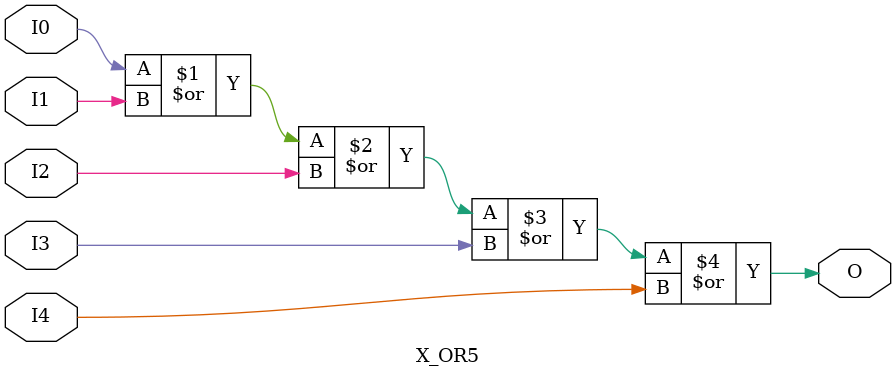
<source format=v>

`celldefine
`timescale 1 ps/1 ps

module X_OR5 (O, I0, I1, I2, I3, I4);

  output O;
  input I0, I1, I2, I3, I4;

  or (O, I0, I1, I2, I3, I4);

endmodule

</source>
